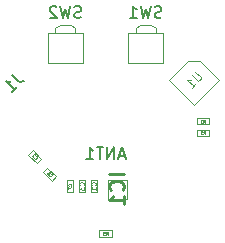
<source format=gbr>
%TF.GenerationSoftware,KiCad,Pcbnew,8.0.9-8.0.9-0~ubuntu20.04.1*%
%TF.CreationDate,2025-12-30T18:39:50+00:00*%
%TF.ProjectId,nfc-pcb-tag,6e66632d-7063-4622-9d74-61672e6b6963,rev?*%
%TF.SameCoordinates,Original*%
%TF.FileFunction,AssemblyDrawing,Bot*%
%FSLAX46Y46*%
G04 Gerber Fmt 4.6, Leading zero omitted, Abs format (unit mm)*
G04 Created by KiCad (PCBNEW 8.0.9-8.0.9-0~ubuntu20.04.1) date 2025-12-30 18:39:50*
%MOMM*%
%LPD*%
G01*
G04 APERTURE LIST*
%ADD10C,0.040000*%
%ADD11C,0.254000*%
%ADD12C,0.150000*%
%ADD13C,0.110000*%
%ADD14C,0.060000*%
%ADD15C,0.100000*%
G04 APERTURE END LIST*
D10*
X80793332Y-38618200D02*
X80879999Y-38494391D01*
X80941904Y-38618200D02*
X80941904Y-38358200D01*
X80941904Y-38358200D02*
X80842856Y-38358200D01*
X80842856Y-38358200D02*
X80818094Y-38370581D01*
X80818094Y-38370581D02*
X80805713Y-38382962D01*
X80805713Y-38382962D02*
X80793332Y-38407724D01*
X80793332Y-38407724D02*
X80793332Y-38444867D01*
X80793332Y-38444867D02*
X80805713Y-38469629D01*
X80805713Y-38469629D02*
X80818094Y-38482010D01*
X80818094Y-38482010D02*
X80842856Y-38494391D01*
X80842856Y-38494391D02*
X80941904Y-38494391D01*
X80694285Y-38382962D02*
X80681904Y-38370581D01*
X80681904Y-38370581D02*
X80657142Y-38358200D01*
X80657142Y-38358200D02*
X80595237Y-38358200D01*
X80595237Y-38358200D02*
X80570475Y-38370581D01*
X80570475Y-38370581D02*
X80558094Y-38382962D01*
X80558094Y-38382962D02*
X80545713Y-38407724D01*
X80545713Y-38407724D02*
X80545713Y-38432486D01*
X80545713Y-38432486D02*
X80558094Y-38469629D01*
X80558094Y-38469629D02*
X80706666Y-38618200D01*
X80706666Y-38618200D02*
X80545713Y-38618200D01*
D11*
X74074318Y-42010237D02*
X72804318Y-42010237D01*
X73953365Y-43340714D02*
X74013842Y-43280238D01*
X74013842Y-43280238D02*
X74074318Y-43098809D01*
X74074318Y-43098809D02*
X74074318Y-42977857D01*
X74074318Y-42977857D02*
X74013842Y-42796428D01*
X74013842Y-42796428D02*
X73892889Y-42675476D01*
X73892889Y-42675476D02*
X73771937Y-42614999D01*
X73771937Y-42614999D02*
X73530032Y-42554523D01*
X73530032Y-42554523D02*
X73348603Y-42554523D01*
X73348603Y-42554523D02*
X73106699Y-42614999D01*
X73106699Y-42614999D02*
X72985746Y-42675476D01*
X72985746Y-42675476D02*
X72864794Y-42796428D01*
X72864794Y-42796428D02*
X72804318Y-42977857D01*
X72804318Y-42977857D02*
X72804318Y-43098809D01*
X72804318Y-43098809D02*
X72864794Y-43280238D01*
X72864794Y-43280238D02*
X72925270Y-43340714D01*
X74074318Y-44550238D02*
X74074318Y-43824523D01*
X74074318Y-44187380D02*
X72804318Y-44187380D01*
X72804318Y-44187380D02*
X72985746Y-44066428D01*
X72985746Y-44066428D02*
X73106699Y-43945476D01*
X73106699Y-43945476D02*
X73167175Y-43824523D01*
D10*
X80793332Y-37618200D02*
X80879999Y-37494391D01*
X80941904Y-37618200D02*
X80941904Y-37358200D01*
X80941904Y-37358200D02*
X80842856Y-37358200D01*
X80842856Y-37358200D02*
X80818094Y-37370581D01*
X80818094Y-37370581D02*
X80805713Y-37382962D01*
X80805713Y-37382962D02*
X80793332Y-37407724D01*
X80793332Y-37407724D02*
X80793332Y-37444867D01*
X80793332Y-37444867D02*
X80805713Y-37469629D01*
X80805713Y-37469629D02*
X80818094Y-37482010D01*
X80818094Y-37482010D02*
X80842856Y-37494391D01*
X80842856Y-37494391D02*
X80941904Y-37494391D01*
X80545713Y-37618200D02*
X80694285Y-37618200D01*
X80619999Y-37618200D02*
X80619999Y-37358200D01*
X80619999Y-37358200D02*
X80644761Y-37395343D01*
X80644761Y-37395343D02*
X80669523Y-37420105D01*
X80669523Y-37420105D02*
X80694285Y-37432486D01*
D12*
X64600201Y-33628796D02*
X65105277Y-34133872D01*
X65105277Y-34133872D02*
X65239964Y-34201216D01*
X65239964Y-34201216D02*
X65374651Y-34201216D01*
X65374651Y-34201216D02*
X65509338Y-34133872D01*
X65509338Y-34133872D02*
X65576682Y-34066529D01*
X64600201Y-35043010D02*
X65004262Y-34638949D01*
X64802231Y-34840979D02*
X64095124Y-34133872D01*
X64095124Y-34133872D02*
X64263483Y-34167544D01*
X64263483Y-34167544D02*
X64398170Y-34167544D01*
X64398170Y-34167544D02*
X64499185Y-34133872D01*
X70433332Y-28707200D02*
X70290475Y-28754819D01*
X70290475Y-28754819D02*
X70052380Y-28754819D01*
X70052380Y-28754819D02*
X69957142Y-28707200D01*
X69957142Y-28707200D02*
X69909523Y-28659580D01*
X69909523Y-28659580D02*
X69861904Y-28564342D01*
X69861904Y-28564342D02*
X69861904Y-28469104D01*
X69861904Y-28469104D02*
X69909523Y-28373866D01*
X69909523Y-28373866D02*
X69957142Y-28326247D01*
X69957142Y-28326247D02*
X70052380Y-28278628D01*
X70052380Y-28278628D02*
X70242856Y-28231009D01*
X70242856Y-28231009D02*
X70338094Y-28183390D01*
X70338094Y-28183390D02*
X70385713Y-28135771D01*
X70385713Y-28135771D02*
X70433332Y-28040533D01*
X70433332Y-28040533D02*
X70433332Y-27945295D01*
X70433332Y-27945295D02*
X70385713Y-27850057D01*
X70385713Y-27850057D02*
X70338094Y-27802438D01*
X70338094Y-27802438D02*
X70242856Y-27754819D01*
X70242856Y-27754819D02*
X70004761Y-27754819D01*
X70004761Y-27754819D02*
X69861904Y-27802438D01*
X69528570Y-27754819D02*
X69290475Y-28754819D01*
X69290475Y-28754819D02*
X69099999Y-28040533D01*
X69099999Y-28040533D02*
X68909523Y-28754819D01*
X68909523Y-28754819D02*
X68671428Y-27754819D01*
X68338094Y-27850057D02*
X68290475Y-27802438D01*
X68290475Y-27802438D02*
X68195237Y-27754819D01*
X68195237Y-27754819D02*
X67957142Y-27754819D01*
X67957142Y-27754819D02*
X67861904Y-27802438D01*
X67861904Y-27802438D02*
X67814285Y-27850057D01*
X67814285Y-27850057D02*
X67766666Y-27945295D01*
X67766666Y-27945295D02*
X67766666Y-28040533D01*
X67766666Y-28040533D02*
X67814285Y-28183390D01*
X67814285Y-28183390D02*
X68385713Y-28754819D01*
X68385713Y-28754819D02*
X67766666Y-28754819D01*
D13*
X80115027Y-33306905D02*
X80544341Y-33736219D01*
X80544341Y-33736219D02*
X80569595Y-33811981D01*
X80569595Y-33811981D02*
X80569595Y-33862488D01*
X80569595Y-33862488D02*
X80544341Y-33938250D01*
X80544341Y-33938250D02*
X80443326Y-34039265D01*
X80443326Y-34039265D02*
X80367565Y-34064519D01*
X80367565Y-34064519D02*
X80317057Y-34064519D01*
X80317057Y-34064519D02*
X80241296Y-34039265D01*
X80241296Y-34039265D02*
X79811981Y-33609950D01*
X79811981Y-34670610D02*
X80115027Y-34367565D01*
X79963504Y-34519087D02*
X79433174Y-33988757D01*
X79433174Y-33988757D02*
X79559443Y-34014011D01*
X79559443Y-34014011D02*
X79660458Y-34014011D01*
X79660458Y-34014011D02*
X79736220Y-33988757D01*
D10*
X66465988Y-40592935D02*
X66465988Y-40609771D01*
X66465988Y-40609771D02*
X66482824Y-40643443D01*
X66482824Y-40643443D02*
X66499660Y-40660279D01*
X66499660Y-40660279D02*
X66533332Y-40677115D01*
X66533332Y-40677115D02*
X66567003Y-40677115D01*
X66567003Y-40677115D02*
X66592257Y-40668697D01*
X66592257Y-40668697D02*
X66634347Y-40643443D01*
X66634347Y-40643443D02*
X66659601Y-40618189D01*
X66659601Y-40618189D02*
X66684855Y-40576100D01*
X66684855Y-40576100D02*
X66693273Y-40550846D01*
X66693273Y-40550846D02*
X66693273Y-40517174D01*
X66693273Y-40517174D02*
X66676437Y-40483502D01*
X66676437Y-40483502D02*
X66659601Y-40466666D01*
X66659601Y-40466666D02*
X66625929Y-40449831D01*
X66625929Y-40449831D02*
X66609093Y-40449831D01*
X66541750Y-40382487D02*
X66541750Y-40365651D01*
X66541750Y-40365651D02*
X66533332Y-40340397D01*
X66533332Y-40340397D02*
X66491242Y-40298308D01*
X66491242Y-40298308D02*
X66465988Y-40289890D01*
X66465988Y-40289890D02*
X66449152Y-40289890D01*
X66449152Y-40289890D02*
X66423899Y-40298308D01*
X66423899Y-40298308D02*
X66407063Y-40315144D01*
X66407063Y-40315144D02*
X66390227Y-40348815D01*
X66390227Y-40348815D02*
X66390227Y-40550846D01*
X66390227Y-40550846D02*
X66280794Y-40441413D01*
X67715988Y-42092935D02*
X67715988Y-42109771D01*
X67715988Y-42109771D02*
X67732824Y-42143443D01*
X67732824Y-42143443D02*
X67749660Y-42160279D01*
X67749660Y-42160279D02*
X67783332Y-42177115D01*
X67783332Y-42177115D02*
X67817003Y-42177115D01*
X67817003Y-42177115D02*
X67842257Y-42168697D01*
X67842257Y-42168697D02*
X67884347Y-42143443D01*
X67884347Y-42143443D02*
X67909601Y-42118189D01*
X67909601Y-42118189D02*
X67934855Y-42076100D01*
X67934855Y-42076100D02*
X67943273Y-42050846D01*
X67943273Y-42050846D02*
X67943273Y-42017174D01*
X67943273Y-42017174D02*
X67926437Y-41983502D01*
X67926437Y-41983502D02*
X67909601Y-41966666D01*
X67909601Y-41966666D02*
X67875929Y-41949831D01*
X67875929Y-41949831D02*
X67859093Y-41949831D01*
X67724406Y-41781472D02*
X67758078Y-41815144D01*
X67758078Y-41815144D02*
X67766496Y-41840397D01*
X67766496Y-41840397D02*
X67766496Y-41857233D01*
X67766496Y-41857233D02*
X67758078Y-41899323D01*
X67758078Y-41899323D02*
X67732824Y-41941413D01*
X67732824Y-41941413D02*
X67665481Y-42008756D01*
X67665481Y-42008756D02*
X67640227Y-42017174D01*
X67640227Y-42017174D02*
X67623391Y-42017174D01*
X67623391Y-42017174D02*
X67598137Y-42008756D01*
X67598137Y-42008756D02*
X67564465Y-41975084D01*
X67564465Y-41975084D02*
X67556047Y-41949831D01*
X67556047Y-41949831D02*
X67556047Y-41932995D01*
X67556047Y-41932995D02*
X67564465Y-41907741D01*
X67564465Y-41907741D02*
X67606555Y-41865651D01*
X67606555Y-41865651D02*
X67631809Y-41857233D01*
X67631809Y-41857233D02*
X67648645Y-41857233D01*
X67648645Y-41857233D02*
X67673899Y-41865651D01*
X67673899Y-41865651D02*
X67707570Y-41899323D01*
X67707570Y-41899323D02*
X67715988Y-41924577D01*
X67715988Y-41924577D02*
X67715988Y-41941413D01*
X67715988Y-41941413D02*
X67707570Y-41966666D01*
D12*
X77233332Y-28707200D02*
X77090475Y-28754819D01*
X77090475Y-28754819D02*
X76852380Y-28754819D01*
X76852380Y-28754819D02*
X76757142Y-28707200D01*
X76757142Y-28707200D02*
X76709523Y-28659580D01*
X76709523Y-28659580D02*
X76661904Y-28564342D01*
X76661904Y-28564342D02*
X76661904Y-28469104D01*
X76661904Y-28469104D02*
X76709523Y-28373866D01*
X76709523Y-28373866D02*
X76757142Y-28326247D01*
X76757142Y-28326247D02*
X76852380Y-28278628D01*
X76852380Y-28278628D02*
X77042856Y-28231009D01*
X77042856Y-28231009D02*
X77138094Y-28183390D01*
X77138094Y-28183390D02*
X77185713Y-28135771D01*
X77185713Y-28135771D02*
X77233332Y-28040533D01*
X77233332Y-28040533D02*
X77233332Y-27945295D01*
X77233332Y-27945295D02*
X77185713Y-27850057D01*
X77185713Y-27850057D02*
X77138094Y-27802438D01*
X77138094Y-27802438D02*
X77042856Y-27754819D01*
X77042856Y-27754819D02*
X76804761Y-27754819D01*
X76804761Y-27754819D02*
X76661904Y-27802438D01*
X76328570Y-27754819D02*
X76090475Y-28754819D01*
X76090475Y-28754819D02*
X75899999Y-28040533D01*
X75899999Y-28040533D02*
X75709523Y-28754819D01*
X75709523Y-28754819D02*
X75471428Y-27754819D01*
X74566666Y-28754819D02*
X75138094Y-28754819D01*
X74852380Y-28754819D02*
X74852380Y-27754819D01*
X74852380Y-27754819D02*
X74947618Y-27897676D01*
X74947618Y-27897676D02*
X75042856Y-27992914D01*
X75042856Y-27992914D02*
X75138094Y-28040533D01*
D10*
X72543332Y-47118200D02*
X72629999Y-46994391D01*
X72691904Y-47118200D02*
X72691904Y-46858200D01*
X72691904Y-46858200D02*
X72592856Y-46858200D01*
X72592856Y-46858200D02*
X72568094Y-46870581D01*
X72568094Y-46870581D02*
X72555713Y-46882962D01*
X72555713Y-46882962D02*
X72543332Y-46907724D01*
X72543332Y-46907724D02*
X72543332Y-46944867D01*
X72543332Y-46944867D02*
X72555713Y-46969629D01*
X72555713Y-46969629D02*
X72568094Y-46982010D01*
X72568094Y-46982010D02*
X72592856Y-46994391D01*
X72592856Y-46994391D02*
X72691904Y-46994391D01*
X72308094Y-46858200D02*
X72431904Y-46858200D01*
X72431904Y-46858200D02*
X72444285Y-46982010D01*
X72444285Y-46982010D02*
X72431904Y-46969629D01*
X72431904Y-46969629D02*
X72407142Y-46957248D01*
X72407142Y-46957248D02*
X72345237Y-46957248D01*
X72345237Y-46957248D02*
X72320475Y-46969629D01*
X72320475Y-46969629D02*
X72308094Y-46982010D01*
X72308094Y-46982010D02*
X72295713Y-47006772D01*
X72295713Y-47006772D02*
X72295713Y-47068677D01*
X72295713Y-47068677D02*
X72308094Y-47093439D01*
X72308094Y-47093439D02*
X72320475Y-47105820D01*
X72320475Y-47105820D02*
X72345237Y-47118200D01*
X72345237Y-47118200D02*
X72407142Y-47118200D01*
X72407142Y-47118200D02*
X72431904Y-47105820D01*
X72431904Y-47105820D02*
X72444285Y-47093439D01*
D14*
X70643832Y-42933333D02*
X70662880Y-42914285D01*
X70662880Y-42914285D02*
X70681927Y-42857143D01*
X70681927Y-42857143D02*
X70681927Y-42819047D01*
X70681927Y-42819047D02*
X70662880Y-42761904D01*
X70662880Y-42761904D02*
X70624784Y-42723809D01*
X70624784Y-42723809D02*
X70586689Y-42704762D01*
X70586689Y-42704762D02*
X70510499Y-42685714D01*
X70510499Y-42685714D02*
X70453356Y-42685714D01*
X70453356Y-42685714D02*
X70377165Y-42704762D01*
X70377165Y-42704762D02*
X70339070Y-42723809D01*
X70339070Y-42723809D02*
X70300975Y-42761904D01*
X70300975Y-42761904D02*
X70281927Y-42819047D01*
X70281927Y-42819047D02*
X70281927Y-42857143D01*
X70281927Y-42857143D02*
X70300975Y-42914285D01*
X70300975Y-42914285D02*
X70320022Y-42933333D01*
X70281927Y-43066666D02*
X70281927Y-43314285D01*
X70281927Y-43314285D02*
X70434308Y-43180952D01*
X70434308Y-43180952D02*
X70434308Y-43238095D01*
X70434308Y-43238095D02*
X70453356Y-43276190D01*
X70453356Y-43276190D02*
X70472403Y-43295238D01*
X70472403Y-43295238D02*
X70510499Y-43314285D01*
X70510499Y-43314285D02*
X70605737Y-43314285D01*
X70605737Y-43314285D02*
X70643832Y-43295238D01*
X70643832Y-43295238D02*
X70662880Y-43276190D01*
X70662880Y-43276190D02*
X70681927Y-43238095D01*
X70681927Y-43238095D02*
X70681927Y-43123809D01*
X70681927Y-43123809D02*
X70662880Y-43085714D01*
X70662880Y-43085714D02*
X70643832Y-43066666D01*
X71643832Y-42933333D02*
X71662880Y-42914285D01*
X71662880Y-42914285D02*
X71681927Y-42857143D01*
X71681927Y-42857143D02*
X71681927Y-42819047D01*
X71681927Y-42819047D02*
X71662880Y-42761904D01*
X71662880Y-42761904D02*
X71624784Y-42723809D01*
X71624784Y-42723809D02*
X71586689Y-42704762D01*
X71586689Y-42704762D02*
X71510499Y-42685714D01*
X71510499Y-42685714D02*
X71453356Y-42685714D01*
X71453356Y-42685714D02*
X71377165Y-42704762D01*
X71377165Y-42704762D02*
X71339070Y-42723809D01*
X71339070Y-42723809D02*
X71300975Y-42761904D01*
X71300975Y-42761904D02*
X71281927Y-42819047D01*
X71281927Y-42819047D02*
X71281927Y-42857143D01*
X71281927Y-42857143D02*
X71300975Y-42914285D01*
X71300975Y-42914285D02*
X71320022Y-42933333D01*
X71681927Y-43314285D02*
X71681927Y-43085714D01*
X71681927Y-43200000D02*
X71281927Y-43200000D01*
X71281927Y-43200000D02*
X71339070Y-43161904D01*
X71339070Y-43161904D02*
X71377165Y-43123809D01*
X71377165Y-43123809D02*
X71396213Y-43085714D01*
D10*
X69589765Y-42958333D02*
X69601670Y-42946429D01*
X69601670Y-42946429D02*
X69613574Y-42910714D01*
X69613574Y-42910714D02*
X69613574Y-42886905D01*
X69613574Y-42886905D02*
X69601670Y-42851191D01*
X69601670Y-42851191D02*
X69577860Y-42827381D01*
X69577860Y-42827381D02*
X69554050Y-42815476D01*
X69554050Y-42815476D02*
X69506431Y-42803572D01*
X69506431Y-42803572D02*
X69470717Y-42803572D01*
X69470717Y-42803572D02*
X69423098Y-42815476D01*
X69423098Y-42815476D02*
X69399289Y-42827381D01*
X69399289Y-42827381D02*
X69375479Y-42851191D01*
X69375479Y-42851191D02*
X69363574Y-42886905D01*
X69363574Y-42886905D02*
X69363574Y-42910714D01*
X69363574Y-42910714D02*
X69375479Y-42946429D01*
X69375479Y-42946429D02*
X69387384Y-42958333D01*
X69363574Y-43041667D02*
X69363574Y-43208333D01*
X69363574Y-43208333D02*
X69613574Y-43101191D01*
D12*
X74119047Y-40419104D02*
X73642857Y-40419104D01*
X74214285Y-40704819D02*
X73880952Y-39704819D01*
X73880952Y-39704819D02*
X73547619Y-40704819D01*
X73214285Y-40704819D02*
X73214285Y-39704819D01*
X73214285Y-39704819D02*
X72642857Y-40704819D01*
X72642857Y-40704819D02*
X72642857Y-39704819D01*
X72309523Y-39704819D02*
X71738095Y-39704819D01*
X72023809Y-40704819D02*
X72023809Y-39704819D01*
X70880952Y-40704819D02*
X71452380Y-40704819D01*
X71166666Y-40704819D02*
X71166666Y-39704819D01*
X71166666Y-39704819D02*
X71261904Y-39847676D01*
X71261904Y-39847676D02*
X71357142Y-39942914D01*
X71357142Y-39942914D02*
X71452380Y-39990533D01*
D15*
%TO.C,R2*%
X80225000Y-38230000D02*
X81275000Y-38230000D01*
X80225000Y-38770000D02*
X80225000Y-38230000D01*
X81275000Y-38230000D02*
X81275000Y-38770000D01*
X81275000Y-38770000D02*
X80225000Y-38770000D01*
%TO.C,IC1*%
X72700000Y-42450000D02*
X74300000Y-42450000D01*
X72700000Y-42950000D02*
X73200000Y-42450000D01*
X72700000Y-44050000D02*
X72700000Y-42450000D01*
X74300000Y-42450000D02*
X74300000Y-44050000D01*
X74300000Y-44050000D02*
X72700000Y-44050000D01*
%TO.C,R1*%
X80225000Y-37230000D02*
X81275000Y-37230000D01*
X80225000Y-37770000D02*
X80225000Y-37230000D01*
X81275000Y-37230000D02*
X81275000Y-37770000D01*
X81275000Y-37770000D02*
X80225000Y-37770000D01*
%TO.C,SW2*%
X67600000Y-30050000D02*
X70600000Y-30050000D01*
X67600000Y-32550000D02*
X67600000Y-30050000D01*
X68250000Y-29650000D02*
X68650000Y-29350000D01*
X68250000Y-30050000D02*
X68250000Y-29650000D01*
X68650000Y-29350000D02*
X69550000Y-29350000D01*
X69550000Y-29350000D02*
X69950000Y-29650000D01*
X69950000Y-29650000D02*
X69950000Y-30050000D01*
X70600000Y-30050000D02*
X70600000Y-32550000D01*
X70600000Y-32550000D02*
X67600000Y-32550000D01*
%TO.C,U1*%
X77878680Y-34000000D02*
X79469670Y-32409010D01*
X79469670Y-32409010D02*
X80530330Y-32409010D01*
X80000000Y-36121320D02*
X77878680Y-34000000D01*
X80530330Y-32409010D02*
X82121320Y-34000000D01*
X82121320Y-34000000D02*
X80000000Y-36121320D01*
%TO.C,C2*%
X65969670Y-40323223D02*
X66323223Y-39969670D01*
X66323223Y-39969670D02*
X67030330Y-40676777D01*
X66676777Y-41030330D02*
X65969670Y-40323223D01*
X67030330Y-40676777D02*
X66676777Y-41030330D01*
%TO.C,C6*%
X67219670Y-41823223D02*
X67573223Y-41469670D01*
X67573223Y-41469670D02*
X68280330Y-42176777D01*
X67926777Y-42530330D02*
X67219670Y-41823223D01*
X68280330Y-42176777D02*
X67926777Y-42530330D01*
%TO.C,SW1*%
X74400000Y-30050000D02*
X77400000Y-30050000D01*
X74400000Y-32550000D02*
X74400000Y-30050000D01*
X75050000Y-29650000D02*
X75450000Y-29350000D01*
X75050000Y-30050000D02*
X75050000Y-29650000D01*
X75450000Y-29350000D02*
X76350000Y-29350000D01*
X76350000Y-29350000D02*
X76750000Y-29650000D01*
X76750000Y-29650000D02*
X76750000Y-30050000D01*
X77400000Y-30050000D02*
X77400000Y-32550000D01*
X77400000Y-32550000D02*
X74400000Y-32550000D01*
%TO.C,R5*%
X71975000Y-46730000D02*
X73025000Y-46730000D01*
X71975000Y-47270000D02*
X71975000Y-46730000D01*
X73025000Y-46730000D02*
X73025000Y-47270000D01*
X73025000Y-47270000D02*
X71975000Y-47270000D01*
%TO.C,C3*%
X70250000Y-42500000D02*
X70750000Y-42500000D01*
X70250000Y-43500000D02*
X70250000Y-42500000D01*
X70750000Y-42500000D02*
X70750000Y-43500000D01*
X70750000Y-43500000D02*
X70250000Y-43500000D01*
%TO.C,C1*%
X71250000Y-42500000D02*
X71750000Y-42500000D01*
X71250000Y-43500000D02*
X71250000Y-42500000D01*
X71750000Y-42500000D02*
X71750000Y-43500000D01*
X71750000Y-43500000D02*
X71250000Y-43500000D01*
%TO.C,C7*%
X69250000Y-42500000D02*
X69750000Y-42500000D01*
X69250000Y-43500000D02*
X69250000Y-42500000D01*
X69750000Y-42500000D02*
X69750000Y-43500000D01*
X69750000Y-43500000D02*
X69250000Y-43500000D01*
%TD*%
M02*

</source>
